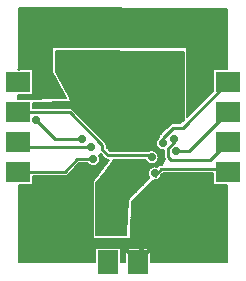
<source format=gbl>
G04 DipTrace 2.4.0.2*
%INSocialLight.gbl*%
%MOIN*%
%ADD13C,0.01*%
%ADD14C,0.006*%
%ADD15C,0.013*%
%ADD20C,0.028*%
%ADD32R,0.08X0.0669*%
%ADD33R,0.0669X0.08*%
%ADD34C,0.028*%
%FSLAX44Y44*%
G04*
G70*
G90*
G75*
G01*
%LNBottom*%
%LPD*%
X7375Y6131D2*
D13*
Y6568D1*
X7957Y7150D1*
X7132Y7969D2*
Y8269D1*
X7134Y8270D1*
X7375Y6131D2*
X7176D1*
X6742Y5697D1*
Y5184D1*
X6762Y5163D1*
X4425Y6032D2*
X5598D1*
X6622Y7056D1*
X7839Y5828D2*
Y4519D1*
X6402D1*
Y6836D1*
X6622Y7056D1*
X10150Y4616D2*
Y5554D1*
Y6667D1*
X10267Y6785D1*
X10216Y9687D2*
Y10610D1*
X9663Y11162D1*
X9168Y11658D1*
X7432D1*
X5632D1*
X4331D1*
X4324Y11665D1*
Y10632D1*
X4871Y10084D1*
X5107Y9848D1*
X5632Y11673D2*
Y11658D1*
X7432Y11673D2*
Y11658D1*
X9662Y11161D2*
X9663Y11162D1*
X10148Y5554D2*
X10150D1*
X4425Y6032D2*
Y5402D1*
X4361Y5339D1*
Y4565D1*
X4291Y4495D1*
X10150Y4616D2*
X9684D1*
X9347Y4278D1*
X8880D1*
X8852Y4306D1*
X8112D1*
X7853Y4565D1*
X6070Y8046D2*
X5185D1*
X4558Y8674D1*
X6389Y7784D2*
X4090D1*
X3937Y7937D1*
X6445Y7375D2*
X5921D1*
X5494Y6948D1*
X3948D1*
X3937Y6937D1*
X8493Y6900D2*
Y6826D1*
X8717Y7050D1*
X10824D1*
X10937Y6937D1*
X3937Y8937D2*
X5666D1*
X6750Y7853D1*
Y7694D1*
X6941Y7503D1*
X8334D1*
X8399Y7438D1*
X9222Y7634D2*
X9634D1*
X10937Y8937D1*
X8767Y7902D2*
Y8084D1*
X9109Y8426D1*
X9426D1*
X10937Y9937D1*
X9127Y8063D2*
Y7909D1*
X8958Y7740D1*
Y7435D1*
X9045Y7348D1*
X10348D1*
X10937Y7937D1*
D34*
X6389Y7784D3*
X6445Y7375D3*
X7957Y7150D3*
X8493Y6900D3*
X8399Y7438D3*
X9222Y7634D3*
X8767Y7902D3*
X9127Y8063D3*
X6070Y8046D3*
X4558Y8674D3*
X6622Y7056D3*
X4425Y6032D3*
X7839Y5828D3*
X7375Y6131D3*
X5107Y9848D3*
X10216Y9687D3*
X10267Y6785D3*
X10150Y4616D3*
X4324Y11665D3*
X9168Y11658D3*
X4361Y5339D3*
X4291Y4495D3*
X4681Y9704D3*
X5632Y11673D3*
X7432D3*
X9662Y11161D3*
X10148Y5554D3*
X9347Y4278D3*
X8852Y4306D3*
X7853Y4565D3*
X6742Y5697D3*
X6762Y5163D3*
X4876Y10090D3*
X5128Y9543D3*
X4185Y5712D3*
X4197Y4934D3*
X10304Y4258D3*
X9827Y4235D3*
X10711Y4242D3*
X3973Y12361D2*
D14*
X10893D1*
X3972Y12303D2*
X10893D1*
X3972Y12244D2*
X10893D1*
X3972Y12186D2*
X10893D1*
X3971Y12127D2*
X10893D1*
X3971Y12068D2*
X10894D1*
X3971Y12010D2*
X10894D1*
X3971Y11951D2*
X10894D1*
X3970Y11893D2*
X10895D1*
X3970Y11834D2*
X10895D1*
X3970Y11776D2*
X10895D1*
X3970Y11717D2*
X10896D1*
X3969Y11659D2*
X10896D1*
X3969Y11600D2*
X10896D1*
X3969Y11542D2*
X10897D1*
X3969Y11483D2*
X10897D1*
X3968Y11425D2*
X10897D1*
X3968Y11366D2*
X10898D1*
X3968Y11308D2*
X10898D1*
X3968Y11249D2*
X10898D1*
X3967Y11190D2*
X10899D1*
X3967Y11132D2*
X10899D1*
X3967Y11073D2*
X5060D1*
X9592D2*
X10899D1*
X3967Y11015D2*
X5060D1*
X9592D2*
X10900D1*
X3967Y10956D2*
X5060D1*
X9592D2*
X10900D1*
X3967Y10898D2*
X5059D1*
X9592D2*
X10900D1*
X3967Y10839D2*
X5059D1*
X9592D2*
X10901D1*
X3967Y10781D2*
X5058D1*
X9592D2*
X10901D1*
X3966Y10722D2*
X5058D1*
X9593D2*
X10901D1*
X3966Y10664D2*
X5058D1*
X9593D2*
X10902D1*
X3966Y10605D2*
X5057D1*
X9593D2*
X10902D1*
X3966Y10547D2*
X5057D1*
X9593D2*
X10902D1*
X3965Y10488D2*
X5057D1*
X9593D2*
X10902D1*
X3965Y10430D2*
X5056D1*
X9593D2*
X10903D1*
X3965Y10371D2*
X5056D1*
X9593D2*
X10903D1*
X4435Y10313D2*
X5055D1*
X9593D2*
X10439D1*
X4435Y10254D2*
X5078D1*
X9593D2*
X10439D1*
X4435Y10195D2*
X5110D1*
X9593D2*
X10439D1*
X4435Y10137D2*
X5141D1*
X9593D2*
X10439D1*
X4435Y10078D2*
X5173D1*
X9594D2*
X10439D1*
X4435Y10020D2*
X5204D1*
X9594D2*
X10439D1*
X4435Y9961D2*
X5236D1*
X9594D2*
X10439D1*
X4435Y9903D2*
X5266D1*
X9594D2*
X10439D1*
X4435Y9844D2*
X5298D1*
X9594D2*
X10439D1*
X4435Y9786D2*
X5330D1*
X9594D2*
X10439D1*
X4435Y9727D2*
X5361D1*
X9594D2*
X10439D1*
X4435Y9669D2*
X5393D1*
X9594D2*
X10439D1*
X4435Y9610D2*
X5424D1*
X9594D2*
X10404D1*
X4435Y9552D2*
X5455D1*
X9594D2*
X10345D1*
X3961Y9493D2*
X5486D1*
X9594D2*
X10286D1*
X3961Y9435D2*
X5518D1*
X9595D2*
X10228D1*
X9595Y9376D2*
X10169D1*
X9595Y9318D2*
X10111D1*
X9595Y9259D2*
X10052D1*
X9595Y9200D2*
X9993D1*
X9595Y9142D2*
X9935D1*
X9595Y9083D2*
X9876D1*
X9595Y9025D2*
X9818D1*
X9595Y8966D2*
X9759D1*
X9595Y8908D2*
X9700D1*
X9595Y8849D2*
X9642D1*
X3958Y10364D2*
X4429D1*
Y9510D1*
X3955D1*
Y9397D1*
X5527Y9427D1*
X5065Y10292D1*
X5061Y10305D1*
X5066Y11080D1*
X5081Y11105D1*
X5096Y11109D1*
X9556D1*
X9581Y11094D1*
X9586Y11079D1*
X9589Y8791D1*
X10256Y9458D1*
X10445Y9646D1*
Y10364D1*
X10909D1*
X10904Y11309D1*
X10898Y12395D1*
X3967Y12420D1*
X3959Y10363D1*
X6644Y7503D2*
X6734D1*
X6672Y7444D2*
X6793D1*
X6682Y7386D2*
X6854D1*
X6677Y7327D2*
X6953D1*
X6657Y7269D2*
X6908D1*
X5964Y7210D2*
X6275D1*
X6615D2*
X6864D1*
X5906Y7152D2*
X6373D1*
X6516D2*
X6819D1*
X5847Y7093D2*
X6775D1*
X5788Y7035D2*
X6730D1*
X5730Y6976D2*
X6686D1*
X5671Y6918D2*
X6641D1*
X5613Y6859D2*
X6597D1*
X8733D2*
X10438D1*
X4435Y6801D2*
X6552D1*
X8708D2*
X10438D1*
X4435Y6742D2*
X6507D1*
X8669D2*
X10438D1*
X4435Y6683D2*
X6464D1*
X8583D2*
X10438D1*
X4435Y6625D2*
X6419D1*
X8439D2*
X10438D1*
X4435Y6566D2*
X6412D1*
X8380D2*
X10438D1*
X3981Y6508D2*
X6412D1*
X8321D2*
X10906D1*
X3980Y6449D2*
X6412D1*
X8262D2*
X10906D1*
X3980Y6391D2*
X6411D1*
X8203D2*
X10906D1*
X3980Y6332D2*
X6411D1*
X8144D2*
X10907D1*
X3980Y6274D2*
X6411D1*
X8085D2*
X10907D1*
X3980Y6215D2*
X6410D1*
X8026D2*
X10907D1*
X3980Y6157D2*
X6410D1*
X7967D2*
X10907D1*
X3979Y6098D2*
X6410D1*
X7908D2*
X10907D1*
X3979Y6040D2*
X6409D1*
X7848D2*
X10907D1*
X3979Y5981D2*
X6409D1*
X7789D2*
X10908D1*
X3979Y5923D2*
X6409D1*
X7739D2*
X10908D1*
X3979Y5864D2*
X6409D1*
X7737D2*
X10908D1*
X3979Y5806D2*
X6408D1*
X7736D2*
X10908D1*
X3978Y5747D2*
X6408D1*
X7734D2*
X10908D1*
X3978Y5688D2*
X6408D1*
X7732D2*
X10908D1*
X3978Y5630D2*
X6407D1*
X7730D2*
X10909D1*
X3978Y5571D2*
X6407D1*
X7728D2*
X10909D1*
X3978Y5513D2*
X6407D1*
X7727D2*
X10909D1*
X3978Y5454D2*
X6406D1*
X7725D2*
X10909D1*
X3977Y5396D2*
X6406D1*
X7723D2*
X10909D1*
X3977Y5337D2*
X6406D1*
X7721D2*
X10909D1*
X3977Y5279D2*
X6406D1*
X7719D2*
X10910D1*
X3977Y5220D2*
X6406D1*
X7717D2*
X10910D1*
X3977Y5162D2*
X6406D1*
X7715D2*
X10910D1*
X3977Y5103D2*
X6405D1*
X7714D2*
X10910D1*
X3976Y5045D2*
X6405D1*
X7712D2*
X10910D1*
X3976Y4986D2*
X6405D1*
X7710D2*
X10910D1*
X3976Y4928D2*
X6405D1*
X7708D2*
X10910D1*
X3976Y4869D2*
X6404D1*
X7707D2*
X10911D1*
X3976Y4810D2*
X6404D1*
X7705D2*
X10911D1*
X3976Y4752D2*
X6404D1*
X7703D2*
X10911D1*
X3975Y4693D2*
X10911D1*
X3975Y4635D2*
X10911D1*
X3975Y4576D2*
X10911D1*
X3975Y4518D2*
X10912D1*
X3975Y4459D2*
X10912D1*
X3975Y4401D2*
X6504D1*
X7369D2*
X7504D1*
X8370D2*
X10912D1*
X3975Y4342D2*
X6504D1*
X7369D2*
X7504D1*
X8370D2*
X10912D1*
X3974Y4284D2*
X6504D1*
X7369D2*
X7504D1*
X8370D2*
X10912D1*
X3974Y4225D2*
X6504D1*
X7369D2*
X7504D1*
X8370D2*
X10912D1*
X3974Y4167D2*
X6504D1*
X7369D2*
X7504D1*
X8370D2*
X10912D1*
X3974Y4108D2*
X6504D1*
X7369D2*
X7504D1*
X8370D2*
X10912D1*
X3974Y4050D2*
X6504D1*
X7369D2*
X7504D1*
X8370D2*
X10912D1*
X3974Y3991D2*
X6504D1*
X7369D2*
X7504D1*
X8370D2*
X10912D1*
X4429Y6806D2*
Y6510D1*
X3974D1*
Y6195D1*
X3968Y3960D1*
X6510Y3958D1*
Y4429D1*
X7364D1*
Y3957D1*
X7511D1*
X7510Y4007D1*
Y4429D1*
X8364D1*
Y3956D1*
X10919Y3954D1*
X10912Y6511D1*
X10711Y6510D1*
X10445D1*
Y6907D1*
X8775D1*
X8720Y6852D1*
X8708Y6812D1*
X8695Y6785D1*
X8678Y6760D1*
X8659Y6737D1*
X8637Y6717D1*
X8612Y6700D1*
X8586Y6687D1*
X8558Y6677D1*
X8528Y6670D1*
X8499Y6667D1*
X8477Y6668D1*
X7734Y5932D1*
X7697Y4738D1*
X7681Y4713D1*
X7667Y4709D1*
X6439Y4702D1*
X6414Y4717D1*
X6409Y4732D1*
X6419Y6607D1*
X6425Y6624D1*
X6984Y7361D1*
X6941Y7360D1*
X6912Y7363D1*
X6883Y7373D1*
X6863Y7384D1*
X6820Y7423D1*
X6708Y7535D1*
X6632Y7513D1*
X6650Y7483D1*
X6662Y7456D1*
X6671Y7427D1*
X6676Y7398D1*
X6677Y7375D1*
X6675Y7345D1*
X6669Y7315D1*
X6660Y7287D1*
X6647Y7260D1*
X6630Y7235D1*
X6611Y7212D1*
X6589Y7192D1*
X6564Y7175D1*
X6537Y7162D1*
X6509Y7151D1*
X6480Y7145D1*
X6450Y7142D1*
X6420Y7143D1*
X6391Y7148D1*
X6362Y7157D1*
X6335Y7170D1*
X6310Y7185D1*
X6287Y7204D1*
X6261Y7233D1*
X5980Y7232D1*
X5595Y6847D1*
X5572Y6828D1*
X5545Y6815D1*
X5523Y6808D1*
X5465Y6805D1*
X4429D1*
X7510Y4429D2*
D15*
X7937Y3937D1*
X8364Y4429D2*
X7937Y3937D1*
X5208Y10916D2*
D14*
X9453D1*
X5208Y10858D2*
X9453D1*
X5209Y10799D2*
X9453D1*
X5210Y10741D2*
X9453D1*
X5210Y10682D2*
X9454D1*
X5211Y10624D2*
X9454D1*
X5212Y10565D2*
X9454D1*
X5212Y10507D2*
X9454D1*
X5212Y10448D2*
X9454D1*
X5212Y10389D2*
X9454D1*
X5213Y10331D2*
X9454D1*
X5226Y10272D2*
X9454D1*
X5257Y10214D2*
X9454D1*
X5289Y10155D2*
X9454D1*
X5322Y10097D2*
X9455D1*
X5354Y10038D2*
X9455D1*
X5386Y9980D2*
X9455D1*
X5418Y9921D2*
X9455D1*
X5450Y9863D2*
X9455D1*
X5483Y9804D2*
X9455D1*
X5514Y9746D2*
X9455D1*
X5547Y9687D2*
X9455D1*
X5579Y9629D2*
X9455D1*
X5611Y9570D2*
X9455D1*
X5644Y9512D2*
X9456D1*
X5666Y9453D2*
X9456D1*
X5683Y9394D2*
X9456D1*
X5699Y9336D2*
X9456D1*
X5307Y9277D2*
X9456D1*
X4442Y9219D2*
X9456D1*
X4442Y9160D2*
X9456D1*
X4442Y9102D2*
X9456D1*
X5767Y9043D2*
X9456D1*
X5826Y8985D2*
X9456D1*
X5884Y8926D2*
X9457D1*
X5943Y8868D2*
X9457D1*
X6002Y8809D2*
X9457D1*
X6060Y8751D2*
X9457D1*
X6119Y8692D2*
X9457D1*
X6176Y8634D2*
X9403D1*
X6235Y8575D2*
X9345D1*
X6293Y8517D2*
X8992D1*
X6352Y8458D2*
X8934D1*
X6411Y8399D2*
X8875D1*
X6469Y8341D2*
X8817D1*
X6528Y8282D2*
X8758D1*
X6586Y8224D2*
X8700D1*
X6645Y8165D2*
X8644D1*
X6704Y8107D2*
X8621D1*
X6762Y8048D2*
X8581D1*
X6821Y7990D2*
X8546D1*
X6875Y7931D2*
X8531D1*
X6897Y7873D2*
X8531D1*
X6898Y7814D2*
X8546D1*
X6910Y7756D2*
X8582D1*
X6968Y7697D2*
X8653D1*
X8522Y7639D2*
X8810D1*
X8589Y7580D2*
X8810D1*
X8622Y7522D2*
X8810D1*
X8636Y7463D2*
X8810D1*
X8635Y7404D2*
X8813D1*
X7147Y7346D2*
X8180D1*
X8619D2*
X8815D1*
X7102Y7287D2*
X8216D1*
X8582D2*
X8785D1*
X7058Y7229D2*
X8292D1*
X8507D2*
X8756D1*
X7013Y7170D2*
X8635D1*
X6969Y7112D2*
X8393D1*
X6925Y7053D2*
X8312D1*
X6881Y6995D2*
X8275D1*
X6836Y6936D2*
X8257D1*
X6792Y6878D2*
X8255D1*
X6747Y6819D2*
X8269D1*
X6703Y6761D2*
X8301D1*
X6658Y6702D2*
X8272D1*
X6614Y6644D2*
X8213D1*
X6569Y6585D2*
X8155D1*
X6562Y6526D2*
X8096D1*
X6561Y6468D2*
X8037D1*
X6560Y6409D2*
X7979D1*
X6559Y6351D2*
X7921D1*
X6557Y6292D2*
X7863D1*
X6556Y6234D2*
X7804D1*
X6555Y6175D2*
X7745D1*
X6554Y6117D2*
X7687D1*
X6552Y6058D2*
X7628D1*
X6551Y6000D2*
X7599D1*
X6550Y5941D2*
X7595D1*
X6550Y5883D2*
X7591D1*
X6550Y5824D2*
X7589D1*
X6550Y5766D2*
X7585D1*
X6550Y5707D2*
X7581D1*
X6550Y5649D2*
X7578D1*
X6550Y5590D2*
X7575D1*
X6550Y5531D2*
X7571D1*
X6550Y5473D2*
X7568D1*
X6550Y5414D2*
X7564D1*
X6550Y5356D2*
X7561D1*
X6550Y5297D2*
X7557D1*
X6550Y5239D2*
X7554D1*
X6550Y5180D2*
X7550D1*
X6550Y5122D2*
X7547D1*
X6550Y5063D2*
X7544D1*
X6550Y5005D2*
X7540D1*
X6550Y4946D2*
X7536D1*
X6550Y4888D2*
X7532D1*
X4436Y9256D2*
Y9081D1*
X4931D1*
X5665D1*
X5694Y9078D1*
X5723Y9069D1*
X5743Y9057D1*
X5786Y9018D1*
X6851Y7954D1*
X6870Y7930D1*
X6883Y7904D1*
X6890Y7881D1*
X6893Y7823D1*
Y7768D1*
X7013Y7644D1*
X7241Y7645D1*
X8296Y7646D1*
X8323Y7657D1*
X8352Y7665D1*
X8382Y7669D1*
X8411Y7670D1*
X8441Y7666D1*
X8470Y7659D1*
X8498Y7648D1*
X8524Y7633D1*
X8548Y7616D1*
X8570Y7595D1*
X8589Y7572D1*
X8604Y7546D1*
X8617Y7519D1*
X8625Y7491D1*
X8630Y7461D1*
X8631Y7438D1*
X8629Y7408D1*
X8624Y7378D1*
X8614Y7350D1*
X8601Y7323D1*
X8585Y7298D1*
X8565Y7275D1*
X8543Y7255D1*
X8519Y7238D1*
X8492Y7225D1*
X8464Y7215D1*
X8435Y7208D1*
X8405Y7205D1*
X8375Y7207D1*
X8346Y7212D1*
X8317Y7220D1*
X8290Y7233D1*
X8264Y7248D1*
X8241Y7267D1*
X8221Y7289D1*
X8203Y7313D1*
X8189Y7339D1*
X8180Y7361D1*
X7945Y7360D1*
X7151D1*
X6799Y6895D1*
X6557Y6577D1*
X6544Y5849D1*
Y4834D1*
X7538Y4850D1*
X7540Y4912D1*
X7606Y6020D1*
X7615Y6039D1*
X8320Y6744D1*
X8297Y6775D1*
X8282Y6801D1*
X8271Y6829D1*
X8264Y6858D1*
X8261Y6888D1*
Y6918D1*
X8265Y6947D1*
X8273Y6976D1*
X8285Y7004D1*
X8300Y7030D1*
X8318Y7053D1*
X8340Y7074D1*
X8363Y7093D1*
X8389Y7108D1*
X8417Y7119D1*
X8446Y7127D1*
X8475Y7131D1*
X8505Y7132D1*
X8535Y7128D1*
X8580Y7114D1*
X8616Y7150D1*
X8639Y7169D1*
X8666Y7183D1*
X8689Y7189D1*
X8744Y7192D1*
X8833Y7369D1*
X8827Y7379D1*
X8818Y7407D1*
X8815Y7465D1*
Y7676D1*
X8803Y7672D1*
X8773Y7670D1*
X8743Y7671D1*
X8714Y7676D1*
X8685Y7685D1*
X8658Y7697D1*
X8633Y7713D1*
X8609Y7732D1*
X8589Y7753D1*
X8571Y7778D1*
X8557Y7804D1*
X8546Y7832D1*
X8539Y7861D1*
X8535Y7890D1*
X8536Y7920D1*
X8540Y7950D1*
X8548Y7979D1*
X8560Y8006D1*
X8575Y8032D1*
X8593Y8056D1*
X8625Y8085D1*
X8627Y8108D1*
X8635Y8137D1*
X8649Y8163D1*
X8688Y8206D1*
X9009Y8527D1*
X9032Y8546D1*
X9058Y8559D1*
X9081Y8566D1*
X9139Y8568D1*
X9344Y8569D1*
X9462Y8687D1*
X9459Y10962D1*
X5202Y10975D1*
X5208Y10293D1*
X5650Y9488D1*
X5696Y9324D1*
X5689Y9296D1*
X5695Y9304D1*
X5672Y9287D1*
X4437Y9256D1*
D20*
X7734Y8270D3*
X7434D3*
X7134D3*
X8034D3*
X7732Y8570D3*
X7432D3*
X7132D3*
X8032D3*
X7732Y7969D3*
X7432D3*
X7132D3*
X8032D3*
X7732Y8870D3*
X7432D3*
X7132D3*
X8032D3*
D32*
X3937Y8937D3*
Y9937D3*
X10937D3*
Y8937D3*
X3937Y7937D3*
Y6937D3*
X10937Y7937D3*
Y6937D3*
D33*
X7937Y3937D3*
X6937D3*
M02*

</source>
